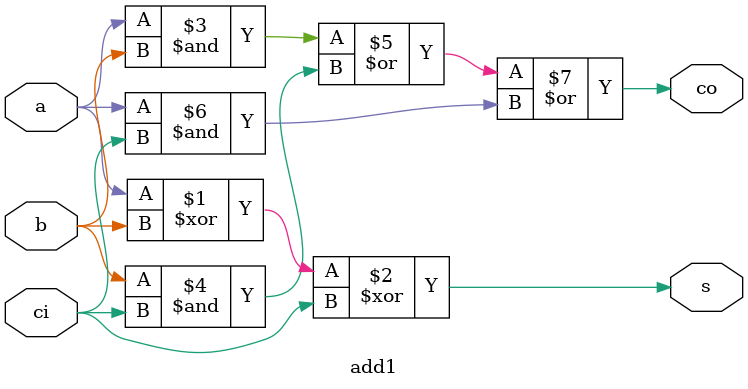
<source format=v>
`timescale 1ns / 1ps


module add1(a, b, ci, s, co);
    input a, b, ci;
    output s, co;
    assign s = a ^ b ^ ci;
    assign co = (a & b) | (b & ci) | (a & ci);
endmodule
</source>
